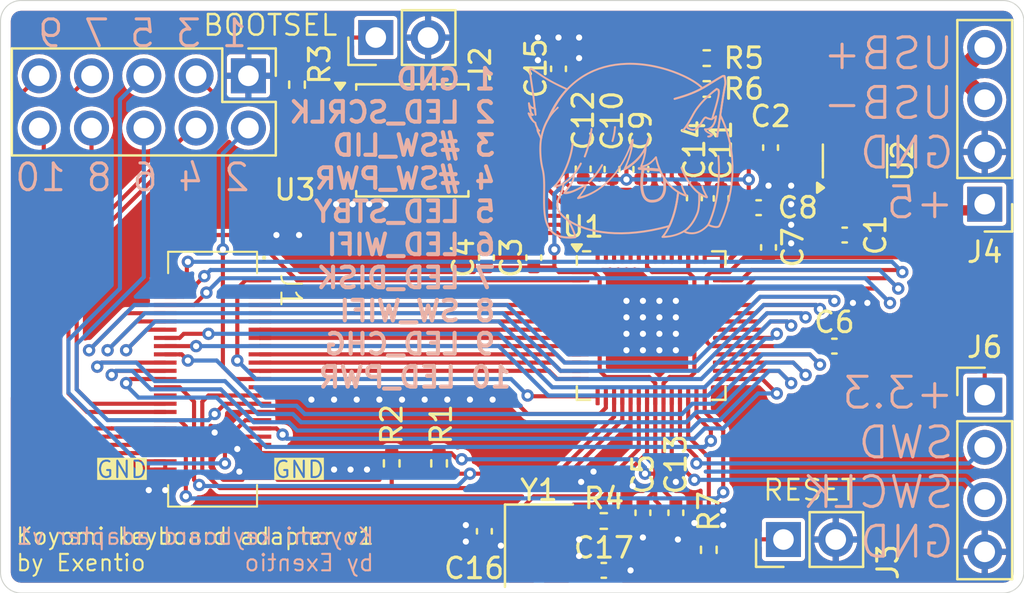
<source format=kicad_pcb>
(kicad_pcb (version 20240108) (generator "pcbnew") (generator_version "8.0")
  (layers (0 "F.Cu" signal) (31 "B.Cu" signal) (34 "B.Paste" user) (35 "F.Paste" user) (36 "B.SilkS" user "B.Silkscreen") (37 "F.SilkS" user "F.Silkscreen") (38 "B.Mask" user) (39 "F.Mask" user) (44 "Edge.Cuts" user))
  (net 0 "")
  (net 1 "GND")
  (net 2 "VBUS")
  (net 3 "+3V3")
  (net 4 "+1V1")
  (net 5 "XIN")
  (net 6 "Net-(C17-Pad1)")
  (net 7 "COL9")
  (net 8 "COL4")
  (net 9 "ROW6")
  (net 10 "COL13")
  (net 11 "COL11")
  (net 12 "ROW1")
  (net 13 "LED_PWR")
  (net 14 "SW_SP1")
  (net 15 "COL3")
  (net 16 "ROW2")
  (net 17 "SW_SP0")
  (net 18 "COL8")
  (net 19 "COL2")
  (net 20 "COL7")
  (net 21 "ROW0")
  (net 22 "SW_WIFI")
  (net 23 "LED_NUM")
  (net 24 "COL1")
  (net 25 "COL5")
  (net 26 "COL0")
  (net 27 "COL12")
  (net 28 "LED_SCRL")
  (net 29 "COL6")
  (net 30 "ROW4")
  (net 31 "LED_DISK")
  (net 32 "ROW7")
  (net 33 "COL14")
  (net 34 "LED_STBY")
  (net 35 "SW_LID")
  (net 36 "PS2_CLK")
  (net 37 "LED_WIFI")
  (net 39 "LED_CHG")
  (net 40 "SW_PWR")
  (net 41 "ROW3")
  (net 42 "ROW5")
  (net 43 "PS2_DAT")
  (net 44 "COL10")
  (net 45 "LED_CAPS")
  (net 46 "Net-(J2-Pin_1)")
  (net 47 "RUN")
  (net 48 "USB_DP")
  (net 49 "SWCLK")
  (net 50 "SWD")
  (net 51 "QSPI_SS")
  (net 52 "XOUT")
  (net 53 "Net-(U1-USB_DP)")
  (net 54 "Net-(U1-USB_DM)")
  (net 55 "QSPI_SD0")
  (net 56 "QSPI_SD3")
  (net 57 "QSPI_SD2")
  (net 58 "QSPI_SCLK")
  (net 59 "QSPI_SD1")
  (net 61 "USB_DN")
  (net 62 "COL15")
  (footprint "Capacitor_SMD:C_0402_1005Metric" (layer "F.Cu") (at 41.9 20.4 90)
    (property "Reference" "C10")
    (property "Value" "100nF" (hide yes))
  )
  (footprint "Connector_PinHeader_2.54mm:PinHeader_2x05_P2.54mm_Vertical" (layer "F.Cu") (at 24.24 15.86 -90)
    (property "Reference" "J5" (hide yes))
    (property "Value" "BREAKOUT" (hide yes))
  )
  (footprint "Capacitor_SMD:C_0402_1005Metric" (layer "F.Cu") (at 39.3 15.52 90)
    (property "Reference" "C15")
    (property "Value" "100nF" (hide yes))
  )
  (footprint "Package_TO_SOT_SMD:SOT-23-5" (layer "F.Cu") (at 53.7 20 90)
    (property "Reference" "U2")
    (property "Value" "AP2112K-3.3" (hide yes))
  )
  (footprint "Resistor_SMD:R_0402_1005Metric" (layer "F.Cu") (at 26.6 16.29 -90)
    (property "Reference" "R3")
    (property "Value" "4.7K" (hide yes))
  )
  (footprint "Package_DFN_QFN:QFN-56-1EP_7x7mm_P0.4mm_EP3.2x3.2mm" (layer "F.Cu") (at 43.8 28)
    (property "Reference" "U1")
    (property "Value" "RP2040" (hide yes))
  )
  (footprint "Capacitor_SMD:C_0402_1005Metric" (layer "F.Cu") (at 45.9 21.8 90)
    (property "Reference" "C14")
    (property "Value" "1uF" (hide yes))
  )
  (footprint "Capacitor_SMD:C_0402_1005Metric" (layer "F.Cu") (at 49.02 22.27)
    (property "Reference" "C8")
    (property "Value" "100nF" (hide yes))
  )
  (footprint "Crystal:Crystal_SMD_3225-4Pin_3.2x2.5mm" (layer "F.Cu") (at 38.35 38.7 -90)
    (property "Reference" "Y1")
    (property "Value" "ABM8-272-T3" (hide yes))
  )
  (footprint "Capacitor_SMD:C_0402_1005Metric" (layer "F.Cu") (at 47.2 21.82 90)
    (property "Reference" "C11")
    (property "Value" "1uF" (hide yes))
  )
  (footprint "Capacitor_SMD:C_0402_1005Metric" (layer "F.Cu") (at 40.5 20.38 90)
    (property "Reference" "C12")
    (property "Value" "100nF" (hide yes))
  )
  (footprint "Capacitor_SMD:C_0402_1005Metric" (layer "F.Cu") (at 38.1 24.7 90)
    (property "Reference" "C3")
    (property "Value" "100nF" (hide yes))
  )
  (footprint "Capacitor_SMD:C_0402_1005Metric" (layer "F.Cu") (at 53.2 23.6)
    (property "Reference" "C1")
    (property "Value" "1uF" (hide yes))
  )
  (footprint "Capacitor_SMD:C_0402_1005Metric" (layer "F.Cu") (at 45 37.1 -90)
    (property "Reference" "C13")
    (property "Value" "100nF" (hide yes))
  )
  (footprint "Resistor_SMD:R_0402_1005Metric" (layer "F.Cu") (at 46.6 38.9 -90)
    (property "Reference" "R7")
    (property "Value" "4.7K" (hide yes))
  )
  (footprint "Resistor_SMD:R_0402_1005Metric" (layer "F.Cu") (at 46.5 15)
    (property "Reference" "R5")
    (property "Value" "27" (hide yes))
  )
  (footprint "Capacitor_SMD:C_0402_1005Metric" (layer "F.Cu") (at 49.6 19.35 -90)
    (property "Reference" "C2")
    (property "Value" "1uF" (hide yes))
  )
  (footprint "Package_SO:SOIC-8_5.23x5.23mm_P1.27mm" (layer "F.Cu") (at 32.2 19)
    (property "Reference" "U3")
    (property "Value" "W25Q128JVS" (hide yes))
  )
  (footprint "Capacitor_SMD:C_0402_1005Metric" (layer "F.Cu") (at 43.3 20.4 90)
    (property "Reference" "C9")
    (property "Value" "100nF" (hide yes))
  )
  (footprint "Capacitor_SMD:C_0402_1005Metric" (layer "F.Cu") (at 52.7 29)
    (property "Reference" "C6")
    (property "Value" "100nF" (hide yes))
  )
  (footprint "Connector_PinHeader_2.54mm:PinHeader_1x02_P2.54mm_Vertical" (layer "F.Cu") (at 50.225 38.4 90)
    (property "Reference" "J3")
    (property "Value" "RUN" (hide yes))
  )
  (footprint "AXK750147G:AXK750147G_VAIO-P" (layer "F.Cu") (at 22.4999 30.6 -90)
    (property "Reference" "J1")
    (property "Value" "AXK750147G_VAIO-P" (hide yes))
  )
  (footprint "Resistor_SMD:R_0402_1005Metric" (layer "F.Cu") (at 46.5 16.5)
    (property "Reference" "R6")
    (property "Value" "27" (hide yes))
  )
  (footprint "Capacitor_SMD:C_0402_1005Metric" (layer "F.Cu") (at 49.5 24.2 90)
    (property "Reference" "C7")
    (property "Value" "100nF" (hide yes))
  )
  (footprint "Connector_PinHeader_2.54mm:PinHeader_1x02_P2.54mm_Vertical" (layer "F.Cu") (at 30.425 14 90)
    (property "Reference" "J2")
    (property "Value" "BOOTSEL" (hide yes))
  )
  (footprint "Capacitor_SMD:C_0402_1005Metric" (layer "F.Cu") (at 35.8 24.7 90)
    (property "Reference" "C4")
    (property "Value" "100nF" (hide yes))
  )
  (footprint "Resistor_SMD:R_0402_1005Metric" (layer "F.Cu") (at 31.2 34.7 -90)
    (property "Reference" "R2")
    (property "Value" "4.7K" (hide yes))
  )
  (footprint "Capacitor_SMD:C_0402_1005Metric" (layer "F.Cu") (at 43.4 37.1 -90)
    (property "Reference" "C5")
    (property "Value" "100nF" (hide yes))
  )
  (footprint "Connector_PinHeader_2.54mm:PinHeader_1x04_P2.54mm_Vertical" (layer "F.Cu") (at 60 31.38)
    (property "Reference" "J6")
    (property "Value" "SWD" (hide yes))
  )
  (footprint "Capacitor_SMD:C_0402_1005Metric" (layer "F.Cu") (at 35.7 38 -90)
    (property "Reference" "C16")
    (property "Value" "15pF" (hide yes))
  )
  (footprint "Resistor_SMD:R_0402_1005Metric" (layer "F.Cu") (at 41.5 37.5)
    (property "Reference" "R4")
    (property "Value" "4.7K" (hide yes))
  )
  (footprint "Resistor_SMD:R_0402_1005Metric" (layer "F.Cu") (at 33.5 34.7 90)
    (property "Reference" "R1")
    (property "Value" "4.7K" (hide yes))
  )
  (footprint "Capacitor_SMD:C_0402_1005Metric" (layer "F.Cu") (at 41.5 39.9)
    (property "Reference" "C17")
    (property "Value" "15pF" (hide yes))
  )
  (footprint "Connector_PinHeader_2.54mm:PinHeader_1x04_P2.54mm_Vertical" (layer "F.Cu") (at 60 22.1 180)
    (property "Reference" "J4")
    (property "Value" "USB" (hide yes))
  )
  (footprint "exentio_art:exentio_blob" (layer "B.Cu") (at 42.8 19.5 180)
    (property "Reference" "REF**" (hide yes))
    (property "Value" "blob" (hide yes))
  )
  (gr_line (start 13.2 12.2) (end 60.9 12.2) (stroke (width 0.05)) (layer "Edge.Cuts"))
  (gr_line (start 60.9 41) (end 13.2 41) (stroke (width 0.05)) (layer "Edge.Cuts"))
  (gr_arc (start 60.9 12.2) (mid 61.607107 12.492893) (end 61.9 13.2) (stroke (width 0.05)) (layer "Edge.Cuts"))
  (gr_line (start 12.2 40) (end 12.2 13.2) (stroke (width 0.05)) (layer "Edge.Cuts"))
  (gr_line (start 61.9 13.2) (end 61.9 40) (stroke (width 0.05)) (layer "Edge.Cuts"))
  (gr_arc (start 61.9 40) (mid 61.607107 40.707107) (end 60.9 41) (stroke (width 0.05)) (layer "Edge.Cuts"))
  (gr_arc (start 13.2 41) (mid 12.492893 40.707107) (end 12.2 40) (stroke (width 0.05)) (layer "Edge.Cuts"))
  (gr_arc (start 12.2 13.2) (mid 12.492893 12.492893) (end 13.2 12.2) (stroke (width 0.05)) (layer "Edge.Cuts"))
  (gr_text "1 3 5 7 9" (at 19.1 13.8 0) (layer "B.SilkS") (effects (font (size 1.3 1.3)) (justify mirror)))
  (gr_text "USB+\nUSB-\nGND\n+5" (at 58.6 22.9 0) (layer "B.SilkS") (effects (font (size 1.5 1.5)) (justify left bottom mirror)))
  (gr_text "2 4 6 8 10" (at 18.6 20.8 0) (layer "B.SilkS") (effects (font (size 1.3 1.3)) (justify mirror)))
  (gr_text "Koyomi keyboard adapter v1\nby Exentio" (at 30.4 40 0) (layer "B.SilkS") (effects (font (size 0.8 0.8) (thickness 0.1)) (justify left bottom mirror)))
  (gr_text " 1 GND\n 2 LED_SCRLK\n 3 #SW_LID\n 4 #SW_PWR\n 5 LED_STBY\n 6 LED_WIFI\n 7 LED_DISK\n 8 SW_WIFI\n 9 LED_CHG\n10 LED_PWR" (at 37.1 31.1 0) (layer "B.SilkS") (effects (font (size 1 1) (thickness 0.2) (bold yes)) (justify left bottom mirror)))
  (gr_text "+3.3\nSWD\nSWCLK\nGND" (at 58.6 39.4 0) (layer "B.SilkS") (effects (font (size 1.5 1.5)) (justify left bottom mirror)))
  (gr_text "GND" (at 26.7 35 0) (layer "F.SilkS" knockout) (effects (font (size 0.8 0.8) (thickness 0.1))))
  (gr_text "RESET" (at 51.5 36 0) (layer "F.SilkS") (effects (font (size 1 1) (thickness 0.12))))
  (gr_text "GND" (at 18.1 35 0) (layer "F.SilkS" knockout) (effects (font (size 0.8 0.8) (thickness 0.1))))
  (gr_text "Koyomi keyboard adapter v1\nby Exentio" (at 12.9 40 0) (layer "F.SilkS") (effects (font (size 0.8 0.8) (thickness 0.1)) (justify left bottom)))
  (gr_text "BOOTSEL" (at 25.3 13.4 0) (layer "F.SilkS") (effects (font (size 1 1) (thickness 0.12))))
  (segment (start 39.3 37.1) (end 39.2 37) (width 0.2) (layer "F.Cu") (net 1))
  (via (at 45.1 38.4) (size 0.6) (drill 0.3) (layers "F.Cu" "B.Cu") (net 1))
  (via (at 50.6 23.1) (size 0.6) (drill 0.3) (layers "F.Cu" "B.Cu") (net 1))
  (via (at 30 35) (size 0.6) (drill 0.3) (layers "F.Cu" "B.Cu") (net 1))
  (via (at 30.9 22.1) (size 0.6) (drill 0.3) (layers "F.Cu" "B.Cu") (net 1))
  (via (at 30.1 22.1) (size 0.6) (drill 0.3) (layers "F.Cu" "B.Cu") (net 1))
  (via (at 50.6 24) (size 0.6) (drill 0.3) (layers "F.Cu" "B.Cu") (net 1))
  (via (at 54.3 26.9) (size 0.6) (drill 0.3) (layers "F.Cu" "B.Cu") (net 1))
  (via (at 38.3 14) (size 0.6) (drill 0.3) (layers "F.Cu" "B.Cu") (net 1))
  (via (at 49.5 21.2) (size 0.6) (drill 0.3) (layers "F.Cu" "B.Cu") (net 1))
  (via (at 42.6 28.4) (size 0.6) (drill 0.3) (layers "F.Cu" "B.Cu") (net 1))
  (via (at 20.2 36) (size 0.6) (drill 0.3) (layers "F.Cu" "B.Cu") (net 1))
  (via (at 43.4 27.6) (size 0.6) (drill 0.3) (layers "F.Cu" "B.Cu") (net 1))
  (via (at 36.1 31.6) (size 0.6) (drill 0.3) (layers "F.Cu" "B.Cu") (net 1))
  (via (at 29.5 31.6) (size 0.6) (drill 0.3) (layers "F.Cu" "B.Cu") (net 1))
  (via (at 43.4 28.4) (size 0.6) (drill 0.3) (layers "F.Cu" "B.Cu") (net 1))
  (via (at 45 35.6) (size 0.6) (drill 0.3) (layers "F.Cu" "B.Cu") (net 1))
  (via (at 43.4 38.3) (size 0.6) (drill 0.3) (layers "F.Cu" "B.Cu") (net 1))
  (via (at 43.4 26.8) (size 0.6) (drill 0.3) (layers "F.Cu" "B.Cu") (net 1))
  (via (at 29.2 35) (size 0.6) (drill 0.3) (layers "F.Cu" "B.Cu") (net 1))
  (via (at 43.4 29.2) (size 0.6) (drill 0.3) (layers "F.Cu" "B.Cu") (net 1))
  (via (at 28.5 22.1) (size 0.6) (drill 0.3) (layers "F.Cu" "B.Cu") (net 1))
  (via (at 34.8 37.7) (size 0.6) (drill 0.3) (layers "F.Cu" "B.Cu") (net 1))
  (via (at 44.2 28.4) (size 0.6) (drill 0.3) (layers "F.Cu" "B.Cu") (net 1))
  (via (at 38.3 15.1) (size 0.6) (drill 0.3) (layers "F.Cu" "B.Cu") (net 1))
  (via (at 45.9 37.6) (size 0.6) (drill 0.3) (layers "F.Cu" "B.Cu") (net 1))
  (via (at 53.6 26.9) (size 0.6) (drill 0.3) (layers "F.Cu" "B.Cu") (net 1))
  (via (at 40.3 14) (size 0.6) (drill 0.3) (layers "F.Cu" "B.Cu") (net 1))
  (via (at 30.6 31.6) (size 0.6) (drill 0.3) (layers "F.Cu" "B.Cu") (net 1))
  (via (at 31.7 31.6) (size 0.6) (drill 0.3) (layers "F.Cu" "B.Cu") (net 1))
  (via (at 45 26.8) (size 0.6) (drill 0.3) (layers "F.Cu" "B.Cu") (net 1))
  (via (at 45 28.4) (size 0.6) (drill 0.3) (layers "F.Cu" "B.Cu") (net 1))
  (via (at 47.3 37) (size 0.6) (drill 0.3) (layers "F.Cu" "B.Cu") (net 1))
  (via (at 36.5 38.7) (size 0.6) (drill 0.3) (layers "F.Cu" "B.Cu") (net 1))
  (via (at 25.6 23.6) (size 0.6) (drill 0.3) (layers "F.Cu" "B.Cu") (net 1))
  (via (at 42.6 26.8) (size 0.6) (drill 0.3) (layers "F.Cu" "B.Cu") (net 1))
  (via (at 42.9 35.8) (size 0.6) (drill 0.3) (layers "F.Cu" "B.Cu") (net 1))
  (via (at 45 27.6) (size 0.6) (drill 0.3) (layers "F.Cu" "B.Cu") (net 1))
  (via (at 19.4 36) (size 0.6) (drill 0.3) (layers "F.Cu" "B.Cu") (net 1))
  (via (at 41 35.1) (size 0.6) (drill 0.3) (layers "F.Cu" "B.Cu") (net 1))
  (via (at 50.6 22.1) (size 0.6) (drill 0.3) (layers "F.Cu" "B.Cu") (net 1))
  (via (at 42.6 29.2) (size 0.6) (drill 0.3) (layers "F.Cu" "B.Cu") (net 1))
  (via (at 28.4 35) (size 0.6) (drill 0.3) (layers "F.Cu" "B.Cu") (net 1))
  (via (at 35 31.6) (size 0.6) (drill 0.3) (layers "F.Cu" "B.Cu") (net 1))
  (via (at 39.3 14) (size 0.6) (drill 0.3) (layers "F.Cu" "B.Cu") (net 1))
  (via (at 32.8 31.6) (size 0.6) (drill 0.3) (layers "F.Cu" "B.Cu") (net 1))
  (via (at 44.2 26.8) (size 0.6) (drill 0.3) (layers "F.Cu" "B.Cu") (net 1))
  (via (at 42.6 27.6) (size 0.6) (drill 0.3) (layers "F.Cu" "B.Cu") (net 1))
  (via (at 47.3 37.7) (size 0.6) (drill 0.3) (layers "F.Cu" "B.Cu") (net 1))
  (via (at 50.6 21.2) (size 0.6) (drill 0.3) (layers "F.Cu" "B.Cu") (net 1))
  (via (at 23.8 35.1) (size 0.6) (drill 0.3) (layers "F.Cu" "B.Cu") (net 1))
  (via (at 44.2 29.2) (size 0.6) (drill 0.3) (layers "F.Cu" "B.Cu") (net 1))
  (via (at 40.3 38.4) (size 0.6) (drill 0.3) (layers "F.Cu" "B.Cu") (net 1))
  (via (at 45 29.2) (size 0.6) (drill 0.3) (layers "F.Cu" "B.Cu") (net 1))
  (via (at 33.9 31.6) (size 0.6) (drill 0.3) (layers "F.Cu" "B.Cu") (net 1))
  (via (at 27.3 31.6) (size 0.6) (drill 0.3) (layers "F.Cu" "B.Cu") (net 1))
  (via (at 44.2 27.6) (size 0.6) (drill 0.3) (layers "F.Cu" "B.Cu") (net 1))
  (via (at 23.7 34) (size 0.6) (drill 0.3) (layers "F.Cu" "B.Cu") (net 1))
  (via (at 40.4 35.6) (size 0.6) (drill 0.3) (layers "F.Cu" "B.Cu") (net 1))
  (via (at 42.8 39.9) (size 0.6) (drill 0.3) (layers "F.Cu" "B.Cu") (net 1))
  (via (at 40.3 15) (size 0.6) (drill 0.3) (layers "F.Cu" "B.Cu") (net 1))
  (via (at 22.6 33.2) (size 0.6) (drill 0.3) (layers "F.Cu" "B.Cu") (net 1))
  (via (at 29.3 22.1) (size 0.6) (drill 0.3) (layers "F.Cu" "B.Cu") (net 1))
  (via (at 26.7 23.6) (size 0.6) (drill 0.3) (layers "F.Cu" "B.Cu") (net 1))
  (via (at 40.3 39.2) (size 0.6) (drill 0.3) (layers "F.Cu" "B.Cu") (net 1))
  (via (at 28.4 31.6) (size 0.6) (drill 0.3) (layers "F.Cu" "B.Cu") (net 1))
  (via (at 34.8 38.5) (size 0.6) (drill 0.3) (layers "F.Cu" "B.Cu") (net 1))
  (segment (start 52.72 22.4) (end 52.72 21.1675) (width 0.5) (layer "F.Cu") (net 2))
  (segment (start 54.1 22.4) (end 52.72 22.4) (width 0.5) (layer "F.Cu") (net 2))
  (segment (start 54.1 22.4) (end 59.78 22.4) (width 0.5) (layer "F.Cu") (net 2))
  (segment (start 52.72 23.6) (end 52.72 22.4) (width 0.5) (layer "F.Cu") (net 2))
  (segment (start 59.78 22.4) (end 60 22.18) (width 0.5) (layer "F.Cu") (net 2))
  (segment (start 54.65 21.1375) (end 54.65 22.4) (width 0.5) (layer "F.Cu") (net 2))
  (segment (start 54.4 22.4) (end 54.1 22.4) (width 0.5) (layer "F.Cu") (net 2))
  (segment (start 34.6 34.5) (end 34.39 34.5) (width 0.2) (layer "F.Cu") (net 3))
  (segment (start 44 31.4375) (end 44 35.6) (width 0.2) (layer "F.Cu") (net 3))
  (segment (start 40.3625 25.4) (end 41 25.4) (width 0.2) (layer "F.Cu") (net 3))
  (segment (start 47.1 22.3) (end 48.51 22.3) (width 0.2) (layer "F.Cu") (net 3))
  (segment (start 47.2375 25.4) (end 47.6 25.4) (width 0.2) (layer "F.Cu") (net 3))
  (segment (start 34.09 34.2) (end 24.8 34.2) (width 0.2) (layer "F.Cu") (net 3))
  (segment (start 43.3 21.3) (end 43.3 20.88) (width 0.2) (layer "F.Cu") (net 3))
  (segment (start 39.32 25.4) (end 39.1 25.18) (width 0.2) (layer "F.Cu") (net 3))
  (segment (start 46.49 39.3) (end 46.6 39.41) (width 0.2) (layer "F.Cu") (net 3))
  (segment (start 44 36.02) (end 43.4 36.62) (width 0.2) (layer "F.Cu") (net 3))
  (segment (start 60 28.2) (end 60 31.38) (width 0.2) (layer "F.Cu") (net 3))
  (segment (start 44 31.4375) (end 44 30.8) (width 0.2) (layer "F.Cu") (net 3))
  (segment (start 42.6 18.2) (end 41.495 17.095) (width 0.2) (layer "F.Cu") (net 3))
  (segment (start 43.7 30.5) (end 41.6 30.5) (width 0.2) (layer "F.Cu") (net 3))
  (segment (start 42.1 21.4) (end 42.8 21.4) (width 0.2) (layer "F.Cu") (net 3))
  (segment (start 48.54 23.26) (end 48.54 22.27) (width 0.2) (layer "F.Cu") (net 3))
  (segment (start 49.13 18.87) (end 49.6 18.87) (width 0.2) (layer "F.Cu") (net 3))
  (segment (start 47.2375 29) (end 52.22 29) (width 0.2) (layer "F.Cu") (net 3))
  (segment (start 44 35.7) (end 44 36.02) (width 0.2) (layer "F.Cu") (net 3))
  (segment (start 44.2 36.7) (end 44.2 38.5) (width 0.2) (layer "F.Cu") (net 3))
  (segment (start 48.54 20.9) (end 48.54 19.46) (width 0.2) (layer "F.Cu") (net 3))
  (segment (start 42.58 20.88) (end 41.9 20.88) (width 0.2) (layer "F.Cu") (net 3))
  (segment (start 48.51 22.3) (end 48.54 22.27) (width 0.2) (layer "F.Cu") (net 3))
  (segment (start 44.4 22.4) (end 44.4 24.5625) (width 0.2) (layer "F.Cu") (net 3))
  (segment (start 44 36.5) (end 44.2 36.7) (width 0.2) (layer "F.Cu") (net 3))
  (segment (start 41.495 17.095) (end 39.3 17.095) (width 0.2) (layer "F.Cu") (net 3))
  (segment (start 47.2375 25.4) (end 47.2375 24.5625) (width 0.2) (layer "F.Cu") (net 3))
  (segment (start 42.62 20.88) (end 42.6 20.9) (width 0.2) (layer "F.Cu") (net 3))
  (segment (start 48.54 19.46) (end 49.13 18.87) (width 0.2) (layer "F.Cu") (net 3))
  (segment (start 56.48 24.68) (end 60 28.2) (width 0.2) (layer "F.Cu") (net 3))
  (segment (start 39.1 25.18) (end 38.1 25.18) (width 0.2) (layer "F.Cu") (net 3))
  (segment (start 47.6 25.4) (end 48.32 24.68) (width 0.2) (layer "F.Cu") (net 3))
  (segment (start 44 35.6) (end 44 35.2) (width 0.2) (layer "F.Cu") (net 3))
  (segment (start 38.1 25.18) (end 35.8 25.18) (width 0.2) (layer "F.Cu") (net 3))
  (segment (start 39.1 24.3) (end 39.1 25.18) (width 0.2) (layer "F.Cu") (net 3))
  (segment (start 42.6 20.9) (end 42.58 20.88) (width 0.2) (layer "F.Cu") (net 3))
  (segment (start 48.6 22.33) (end 48.54 22.27) (width 0.2) (layer "F.Cu") (net 3))
  (segment (start 45 39.3) (end 46.49 39.3) (width 0.2) (layer "F.Cu") (net 3))
  (segment (start 49.6075 18.8625) (end 49.6 18.87) (width 0.5) (layer "F.Cu") (net 3))
  (segment (start 39.3 17.095) (end 38.3 17.095) (width 0.2) (layer "F.Cu") (net 3))
  (segment (start 44 30.8) (end 43.7 30.5) (width 0.2) (layer "F.Cu") (net 3))
  (segment (start 46 23.4) (end 47.1 22.3) (width 0.2) (layer "F.Cu") (net 3))
  (segment (start 41 25.4) (end 41.3 25.7) (width 0.2) (layer "F.Cu") (net 3))
  (segment (start 42.6 20.9) (end 42.6 18.2) (width 0.2) (layer "F.Cu") (net 3))
  (segment (start 44.4 22.4) (end 43.3 21.3) (width 0.2) (layer "F.Cu") (net 3))
  (segment (start 41.9 21.2) (end 42.1 21.4) (width 0.2) (layer "F.Cu") (net 3))
  (segment (start 47.2375 25.4) (end 46.70364 25.4) (width 0.2) (layer "F.Cu") (net 3))
  (segment (start 46.5 25.60364) (end 46.5 28.79636) (width 0.2) (layer "F.Cu") (net 3))
  (segment (start 46.70364 29) (end 47.2375 29) (width 0.2) (layer "F.Cu") (net 3))
  (segment (start 39.3 16) (end 39.3 17.095) (width 0.2) (layer "F.Cu") (net 3))
  (segment (start 41.9 20.88) (end 41.9 21.2) (width 0.2) (layer "F.Cu") (net 3))
  (segment (start 40.3625 25.4) (end 39.32 25.4) (width 0.2) (layer "F.Cu") (net 3))
  (segment (start 44 24.5625) (end 44 22.6) (width 0.2) (layer "F.Cu") (net 3))
  (segment (start 41.3 25.7) (end 41.3 29.3) (width 0.2) (layer "F.Cu") (net 3))
  (segment (start 41.3 29) (end 40.3625 29) (width 0.2) (layer "F.Cu") (net 3))
  (segment (start 38.3 17.095) (end 35.8 17.095) (width 0.2) (layer "F.Cu") (net 3))
  (segment (start 44.2 38.5) (end 45 39.3) (width 0.2) (layer "F.Cu") (net 3))
  (segment (start 47.2375 24.5625) (end 48.54 23.26) (width 0.2) (layer "F.Cu") (net 3))
  (segment (start 49.5 24.68) (end 56.48 24.68) (width 0.2) (layer "F.Cu") (net 3))
  (segment (start 52.75 18.8625) (end 49.6075 18.8625) (width 0.5) (layer "F.Cu") (net 3))
  (segment (start 46 24.5625) (end 46 23.4) (width 0.2) (layer "F.Cu") (net 3))
  (segment (start 46.4 24.5625) (end 47.2375 24.5625) (width 0.2) (layer "F.Cu") (net 3))
  (segment (start 48.32 24.68) (end 49.5 24.68) (width 0.2) (layer "F.Cu") (net 3))
  (segment (start 41.6 30.5) (end 41.45 30.35) (width 0.2) (layer "F.Cu") (net 3))
  (segment (start 42.8 21.4) (end 44 22.6) (width 0.2) (layer "F.Cu") (net 3))
  (segment (start 24.8 33.8) (end 24.8 34.2) (width 0.2) (layer "F.Cu") (net 3))
  (segment (start 41.3 29.3) (end 41.3 29) (width 0.2) (layer "F.Cu") (net 3))
  (segment (start 44 35.6) (end 44 35.7) (width 0.2) (layer "F.Cu") (net 3))
  (segment (start 48.54 20.9) (end 48.54 22.27) (width 0.2) (layer "F.Cu") (net 3))
  (segment (start 41.3 30.2) (end 41.3 29.3) (width 0.2) (layer "F.Cu") (net 3))
  (segment (start 46.5 28.79636) (end 46.70364 29) (width 0.2) (layer "F.Cu") (net 3))
  (segment (start 41.45 30.35) (end 41.3 30.2) (width 0.2) (layer "F.Cu") (net 3))
  (segment (start 43.3 20.88) (end 42.62 20.88) (width 0.2) (layer "F.Cu") (net 3))
  (segment (start 44 35.2) (end 43.5 35.2) (width 0.2) (layer "F.Cu") (net 3))
  (segment (start 44 35.7) (end 44 36.5) (width 0.2) (layer "F.Cu") (net 3))
  (segment (start 46.70364 25.4) (end 46.5 25.60364) (width 0.2) (layer "F.Cu") (net 3))
  (segment (start 34.39 34.5) (end 34.09 34.2) (width 0.2) (layer "F.Cu") (net 3))
  (via (at 34.6 34.5) (size 0.6) (drill 0.3) (layers "F.Cu" "B.Cu") (net 3))
  (via (at 43.5 35.2) (size 0.6) (drill 0.3) (layers "F.Cu" "B.Cu") (net 3))
  (via (at 48.54 20.9) (size 0.6) (drill 0.3) (layers "F.Cu" "B.Cu") (net 3))
  (via (at 39.1 24.3) (size 0.6) (drill 0.3) (layers "F.Cu" "B.Cu") (net 3))
  (via (at 42.6 20.9) (size 0.6) (drill 0.3) (layers "F.Cu" "B.Cu") (net 3))
  (segment (start 43.1 34.5) (end 34.6 34.5) (width 0.2) (layer "B.Cu") (net 3))
  (segment (start 48.54 20.9) (end 42.6 20.9) (width 0.2) (layer "B.Cu") (net 3))
  (segment (start 39.1 21.6) (end 39.8 20.9) (width 0.2) (layer "B.Cu") (net 3))
  (segment (start 39.1 24.3) (end 39.1 21.6) (width 0.2) (layer "B.Cu") (net 3))
  (segment (start 43.5 35.2) (end 43.5 34.9) (width 0.2) (layer "B.Cu") (net 3))
  (segment (start 39.8 20.9) (end 42.6 20.9) (width 0.2) (layer "B.Cu") (net 3))
  (segment (start 43.5 34.9) (end 43.1 34.5) (width 0.2) (layer "B.Cu") (net 3))
  (segment (start 44.7 30.5) (end 45.7 30.5) (width 0.2) (layer "F.Cu") (net 4))
  (segment (start 44.4 31.4375) (end 44.4 36.02) (width 0.2) (layer "F.Cu") (net 4))
  (segment (start 43.6 25.14818) (end 43.85182 25.4) (width 0.2) (layer "F.Cu") (net 4))
  (segment (start 45.6 22.38) (end 45.7 22.28) (width 0.2) (layer "F.Cu") (net 4))
  (segment (start 43.6 22.8) (end 42.6 21.8) (width 0.2) (layer "F.Cu") (net 4))
  (segment (start 44.4 31.4375) (end 44.4 30.8) (width 0.2) (layer "F.Cu") (net 4))
  (segment (start 41.6 21.8) (end 40.58 20.78) (width 0.2) (layer "F.Cu") (net 4))
  (segment (start 45.6 25.4) (end 45.6 24.5625) (width 0.2) (layer "F.Cu") (net 4))
  (segment (start 43.6 24.5625) (end 43.6 25.14818) (width 0.2) (layer "F.Cu") (net 4))
  (segment (start 45.9 30.3) (end 45.9 25.7) (width 0.2) (layer "F.Cu") (net 4))
  (segment (start 43.85182 25.4) (end 45.6 25.4) (width 0.2) (layer "F.Cu") (net 4))
  (segment (start 45.9 25.7) (end 45.6 25.4) (width 0.2) (layer "F.Cu") (net 4))
  (segment (start 45.6 24.5625) (end 45.6 22.38) (width 0.2) (layer "F.Cu") (net 4))
  (segment (start 43.6 24.5625) (end 43.6 22.8) (width 0.2) (layer "F.Cu") (net 4))
  (segment (start 42.6 21.8) (end 41.6 21.8) (width 0.2) (layer "F.Cu") (net 4))
  (segment (start 44.4 30.8) (end 44.7 30.5) (width 0.2) (layer "F.Cu") (net 4))
  (segment (start 44.4 36.02) (end 45 36.62) (width 0.2) (layer "F.Cu") (net 4))
  (segment (start 45.7 30.5) (end 45.9 30.3) (width 0.2) (layer "F.Cu") (net 4))
  (segment (start 40.9 36.3) (end 38.1 36.3) (width 0.2) (layer "F.Cu") (net 5))
  (segment (start 43.2 31.4375) (end 43.2 34) (width 0.2) (layer "F.Cu") (net 5))
  (segment (start 35.7 37.4) (end 37.3 37.4) (width 0.2) (layer "F.Cu") (net 5))
  (segment (start 43.2 34) (end 40.9 36.3) (width 0.2) (layer "F.Cu") (net 5))
  (segment (start 37.5 36.9) (end 37.5 37.6) (width 0.2) (layer "F.Cu") (net 5))
  (segment (start 38.1 36.3) (end 37.5 36.9) (width 0.2) (layer "F.Cu") (net 5))
  (segment (start 40.99 37.5) (end 40.99 39.87) (width 0.2) (layer "F.Cu") (net 6))
  (segment (start 41.02 39.9) (end 39.3 39.9) (width 0.2) (layer "F.Cu") (net 6))
  (segment (start 40.3625 30.6) (end 39.234314 30.6) (width 0.2) (layer "F.Cu") (net 7))
  (segment (start 39.234314 30.6) (end 38.834314 30.2) (width 0.2) (layer "F.Cu") (net 7))
  (segment (start 38.834314 30.2) (end 24.8002 30.2) (width 0.2) (layer "F.Cu") (net 7))
  (segment (start 24.8002 30.2) (end 24.8 30.1998) (width 0.2) (layer "F.Cu") (net 7))
  (segment (start 21.7 29) (end 20.1997 29) (width 0.2) (layer "F.Cu") (net 8))
  (segment (start 49.7 28.6) (end 49.9 28.4) (width 0.2) (layer "F.Cu") (net 8))
  (segment (start 47.2375 28.6) (end 49.7 28.6) (width 0.2) (layer "F.Cu") (net 8))
  (via (at 21.7 29) (size 0.6) (drill 0.3) (layers "F.Cu" "B.Cu") (net 8))
  (via (at 49.9 28.4) (size 0.6) (drill 0.3) (layers "F.Cu" "B.Cu") (net 8))
  (segment (start 46.565686 31.4) (end 49.332843 28.632843) (width 0.2) (layer "B.Cu") (net 8))
  (segment (start 49.332843 28.632843) (end 49.667157 28.632843) (width 0.2) (layer "B.Cu") (net 8))
  (segment (start 36.4 29) (end 38.8 31.4) (width 0.2) (layer "B.Cu") (net 8))
  (segment (start 49.667157 28.632843) (end 49.9 28.4) (width 0.2) (layer "B.Cu") (net 8))
  (segment (start 21.7 29) (end 36.4 29) (width 0.2) (layer "B.Cu") (net 8))
  (segment (start 38.8 31.4) (end 46.565686 31.4) (width 0.2) (layer "B.Cu") (net 8))
  (segment (start 21.6 27.0002) (end 20.1998 27.0002) (width 0.2) (layer "F.Cu") (net 9))
  (segment (start 48.5 26.6) (end 47.2375 26.6) (width 0.2) (layer "F.Cu") (net 9))
  (segment (start 22.2001 26.4001) (end 21.6 27.0002) (width 0.2) (layer "F.Cu") (net 9))
  (segment (start 48.9 26.2) (end 48.5 26.6) (width 0.2) (layer "F.Cu") (net 9))
  (segment (start 54.7 26.2) (end 48.9 26.2) (width 0.2) (layer "F.Cu") (net 9))
  (segment (start 55.4 26.9) (end 54.7 26.2) (width 0.2) (layer "F.Cu") (net 9))
  (via (at 55.4 26.9) (size 0.6) (drill 0.3) (layers "F.Cu" "B.Cu") (net 9))
  (via (at 22.2001 26.4001) (size 0.6) (drill 0.3) (layers "F.Cu" "B.Cu") (net 9))
  (segment (start 54.2 25.7) (end 55.4 26.9) (width 0.2) (layer "B.Cu") (net 9))
  (segment (start 22.9002 25.7) (end 54.2 25.7) (width 0.2) (layer "B.Cu") (net 9))
  (segment (start 22.2001 26.4001) (end 22.9002 25.7) (width 0.2) (layer "B.Cu") (net 9))
  (segment (start 24.8001 26.2) (end 40.3625 26.2) (width 0.2) (layer "F.Cu") (net 10))
  (segment (start 24.8 26.2001) (end 24.8001 26.2) (width 0.2) (layer "F.Cu") (net 10))
  (segment (start 39.4 30.2) (end 39 29.8) (width 0.2) (layer "F.Cu") (net 11))
  (segment (start 40.3625 30.2) (end 39.4 30.2) (width 0.2) (layer "F.Cu") (net 11))
  (segment (start 39 29.8) (end 24.8 29.8) (width 0.2) (layer "F.Cu") (net 11))
  (segment (start 49.2 28.2) (end 47.2375 28.2) (width 0.2) (layer "F.Cu") (net 12))
  (segment (start 20.9 28.6) (end 20.1997 28.6) (width 0.2) (layer "F.Cu") (net 12))
  (segment (start 50.6 28) (end 50.4 27.8) (width 0.2) (layer "F.Cu") (net 12))
  (segment (start 22.3 28.4) (end 21.1 28.4) (width 0.2) (layer "F.Cu") (net 12))
  (segment (start 21.1 28.4) (end 20.9 28.6) (width 0.2) (layer "F.Cu") (net 12))
  (segment (start 49.6 27.8) (end 49.2 28.2) (width 0.2) (layer "F.Cu") (net 12))
  (segment (start 50.4 27.8) (end 49.6 27.8) (width 0.2) (layer "F.Cu") (net 12))
  (via (at 50.6 28) (size 0.6) (drill 0.3) (layers "F.Cu" "B.Cu") (net 12))
  (via (at 22.3 28.4) (size 0.6) (drill 0.3) (layers "F.Cu" "B.Cu") (net 12))
  (segment (start 49.597058 27.8) (end 50.4 27.8) (width 0.2) (layer "B.Cu") (net 12))
  (segment (start 36.4 28.4) (end 39 31) (width 0.2) (layer "B.Cu") (net 12))
  (segment (start 39 31) (end 46.4 31) (width 0.2) (layer "B.Cu") (net 12))
  (segment (start 49.548529 27.851471) (end 49.548529 27.848529) (width 0.2) (layer "B.Cu") (net 12))
  (segment (start 49.548529 27.848529) (end 49.597058 27.8) (width 0.2) (layer "B.Cu") (net 12))
  (segment (start 50.4 27.8) (end 50.6 28) (width 0.2) (layer "B.Cu") (net 12))
  (segment (start 46.4 31) (end 49.548529 27.851471) (width 0.2) (layer "B.Cu") (net 12))
  (segment (start 22.3 28.4) (end 36.4 28.4) (width 0.2) (layer "B.Cu") (net 12))
  (segment (start 16.234314 33.8) (end 20.1996 33.8) (width 0.2) (layer "F.Cu") (net 13))
  (segment (start 20.1996 33.8) (end 20.1998 33.8002) (width 0.2) (layer "F.Cu") (net 13))
  (segment (start 14.08 18.4) (end 14.3 18.62) (width 0.2) (layer "F.Cu") (net 13))
  (segment (start 14.3 31.865686) (end 16.234314 33.8) (width 0.2) (layer "F.Cu") (net 13))
  (segment (start 14.3 18.62) (end 14.3 31.865686) (width 0.2) (layer "F.Cu") (net 13))
  (segment (start 25.9 33.3) (end 25.6001 33.0001) (width 0.2) (layer "F.Cu") (net 14))
  (segment (start 49.2001 30.6001) (end 47.2997 30.6001) (width 0.2) (layer "F.Cu") (net 14))
  (segment (start 49.9 31.3) (end 49.2001 30.6001) (width 0.2) (layer "F.Cu") (net 14))
  (segment (start 25.6001 33.0001) (end 24.8 33.0001) (width 0.2) (layer "F.Cu") (net 14))
  (via (at 49.9 31.3) (size 0.6) (drill 0.3) (layers "F.Cu" "B.Cu") (net 14))
  (via (at 25.9 33.3) (size 0.6) (drill 0.3) (layers "F.Cu" "B.Cu") (net 14))
  (segment (start 45.9 33.5) (end 46.4 33) (width 0.2) (layer "B.Cu") (net 14))
  (segment (start 47.297058 33) (end 48.997058 31.3) (width 0.2) (layer "B.Cu") (net 14))
  (segment (start 26.1 33.5) (end 45.9 33.5) (width 0.2) (layer "B.Cu") (net 14))
  (segment (start 46.4 33) (end 47.297058 33) (width 0.2) (layer "B.Cu") (net 14))
  (segment (start 48.997058 31.3) (end 49.9 31.3) (width 0.2) (layer "B.Cu") (net 14))
  (segment (start 25.9 33.3) (end 26.1 33.5) (width 0.2) (layer "B.Cu") (net 14))
  (segment (start 39.8 29.4) (end 39.4 29) (width 0.2) (layer "F.Cu") (net 15))
  (segment (start 40.3625 29.4) (end 39.8 29.4) (width 0.2) (layer "F.Cu") (net 15))
  (segment (start 24.8001 29) (end 39.4 29) (width 0.2) (layer "F.Cu") (net 15))
  (segment (start 24.8 28.9999) (end 24.8001 29) (width 0.2) (layer "F.Cu") (net 15))
  (segment (start 24.8 27.8) (end 40.3625 27.8) (width 0.2) (layer "F.Cu") (net 16))
  (segment (start 46.4 32.2) (end 46.4 31.4375) (width 0.2) (layer "F.Cu") (net 17))
  (segment (start 20.9001 32.6001) (end 20.1998 32.6001) (width 0.2) (layer "F.Cu") (net 17))
  (segment (start 47.3 33.1) (end 46.4 32.2) (width 0.2) (layer "F.Cu") (net 17))
  (segment (start 47.3 36.1) (end 47.3 33.1) (width 0.2) (layer "F.Cu") (net 17))
  (segment (start 21.2 36.3) (end 21.2 32.9) (width 0.2) (layer "F.Cu") (net 17))
  (segment (start 21.2 32.9) (end 20.9001 32.6001) (width 0.2) (layer "F.Cu") (net 17))
  (via (at 47.3 36.1) (size 0.6) (drill 0.3) (layers "F.Cu" "B.Cu") (net 17))
  (via (at 21.2 36.3) (size 0.6) (drill 0.3) (layers "F.Cu" "B.Cu") (net 17))
  (segment (start 47 36.4) (end 21.3 36.4) (width 0.2) (layer "B.Cu") (net 17))
  (segment (start 47.3 36.1) (end 47 36.4) (width 0.2) (layer "B.Cu") (net 17))
  (segment (start 21.3 36.4) (end 21.2 36.3) (width 0.2) (layer "B.Cu") (net 17))
  (segment (start 55.9 25.3) (end 48.668628 25.3) (width 0.2) (layer "F.Cu") (net 18))
  (segment (start 48.168628 25.8) (end 47.2375 25.8) (width 0.2) (layer "F.Cu") (net 18))
  (segment (start 21.3 24.9) (end 21.25 24.95) (width 0.2) (layer "F.Cu") (net 18))
  (segment (start 20.8999 26.2001) (end 20.1998 26.2001) (width 0.2) (layer "F.Cu") (net 18))
  (segment (start 21.25 24.95) (end 21.25 25.85) (width 0.2) (layer "F.Cu") (net 18))
  (segment (start 48.668628 25.3) (end 48.168628 25.8) (width 0.2) (layer "F.Cu") (net 18))
  (segment (start 21.25 25.85) (end 20.8999 26.2001) (width 0.2) (layer "F.Cu") (net 18))
  (segment (start 56 25.4) (end 55.9 25.3) (width 0.2) (layer "F.Cu") (net 18))
  (via (at 21.3 24.9) (size 0.6) (drill 0.3) (layers "F.Cu" "B.Cu") (net 18))
  (via (at 56 25.4) (size 0.6) (drill 0.3) (layers "F.Cu" "B.Cu") (net 18))
  (segment (start 21.3 24.9) (end 55.5 24.9) (width 0.2) (layer "B.Cu") (net 18))
  (segment (start 55.5 24.9) (end 56 25.4) (width 0.2) (layer "B.Cu") (net 18))
  (segment (start 24.8002 28.6) (end 24.8 28.5998) (width 0.2) (layer "F.Cu") (net 19))
  (segment (start 40.3625 28.6) (end 24.8002 28.6) (width 0.2) (layer "F.Cu") (net 19))
  (segment (start 24.8 26.5999) (end 40.3624 26.5999) (width 0.2) (layer "F.Cu") (net 20))
  (segment (start 40.3624 26.5999) (end 40.3625 26.6) (width 0.2) (layer "F.Cu") (net 20))
  (segment (start 49.268628 27) (end 48.868628 27.4) (width 0.2) (layer "F.Cu") (net 21))
  (segment (start 20.2003 27.8) (end 18.8 27.8) (width 0.2) (layer "F.Cu") (net 21))
  (segment (start 48.868628 27.4) (end 47.2375 27.4) (width 0.2) (layer "F.Cu") (net 21))
  (segment (start 52 27.2) (end 51.8 27) (width 0.2) (layer "F.Cu") (net 21))
  (segment (start 18.8 27.8) (end 17.4 29.2) (width 0.2) (layer "F.Cu") (net 21))
  (segment (start 51.8 27) (end 49.268628 27) (width 0.2) (layer "F.Cu") (net 21))
  (via (at 52 27.2) (size 0.6) (drill 0.3) (layers "F.Cu" "B.Cu") (net 21))
  (via (at 17.4 29.2) (size 0.6) (drill 0.3) (layers "F.Cu" "B.Cu") (net 21))
  (segment (start 39.4 30.2) (end 46.065686 30.2) (width 0.2) (layer "B.Cu") (net 21))
  (segment (start 17.4 29.2) (end 19.2 27.4) (width 0.2) (layer "B.Cu") (net 21))
  (segment (start 19.2 27.4) (end 36.6 27.4) (width 0.2) (layer "B.Cu") (net 21))
  (segment (start 46.065686 30.2) (end 49.265686 27) (width 0.2) (layer "B.Cu") (net 21))
  (segment (start 36.6 27.4) (end 39.4 30.2) (width 0.2) (layer "B.Cu") (net 21))
  (segment (start 51.8 27) (end 52 27.2) (width 0.2) (layer "B.Cu") (net 21))
  (segment (start 49.265686 27) (end 51.8 27) (width 0.2) (layer "B.Cu") (net 21))
  (segment (start 17.6001 33.0001) (end 20.1998 33.0001) (width 0.2) (layer "F.Cu") (net 22))
  (segment (start 15.1 24.268628) (end 15.1 31.465686) (width 0.2) (layer "F.Cu") (net 22))
  (segment (start 16.62 18.4) (end 16.62 22.748628) (width 0.2) (layer "F.Cu") (net 22))
  (segment (start 17.6 33) (end 17.6001 33.0001) (width 0.2) (layer "F.Cu") (net 22))
  (segment (start 16.634314 33) (end 17.6 33) (width 0.2) (layer "F.Cu") (net 22))
  (segment (start 15.1 31.465686) (end 16.634314 33) (width 0.2) (layer "F.Cu") (net 22))
  (segment (start 16.62 22.748628) (end 15.1 24.268628) (width 0.2) (layer "F.Cu") (net 22))
  (segment (start 41.6 32) (end 41.3 32.3) (width 0.2) (layer "F.Cu") (net 23))
  (segment (start 41.6 31.4375) (end 41.6 32) (width 0.2) (layer "F.Cu") (net 23))
  (segment (start 36.4999 30.9999) (end 24.8 30.9999) (width 0.2) (layer "F.Cu") (net 23))
  (segment (start 41.3 32.3) (end 37.8 32.3) (width 0.2) (layer "F.Cu") (net 23))
  (segment (start 37.8 32.3) (end 36.4999 30.9999) (width 0.2) (layer "F.Cu") (net 23))
  (segment (start 40.3624 26.9999) (end 40.3625 27) (width 0.2) (layer "F.Cu") (net 24))
  (segment (start 24.8 26.9999) (end 40.3624 26.9999) (width 0.2) (layer "F.Cu") (net 24))
  (segment (start 21 29.4) (end 20.9 29.4) (width 0.2) (layer "F.Cu") (net 25))
  (segment (start 20.8999 29.4001) (end 20.1997 29.4001) (width 0.2) (layer "F.Cu") (net 25))
  (segment (start 21.3 29.7) (end 21 29.4) (width 0.2) (layer "F.Cu") (net 25))
  (segment (start 52 29.9) (end 51.5 29.4) (width 0.2) (layer "F.Cu") (net 25))
  (segment (start 20.9 29.4) (end 20.8999 29.4001) (width 0.2) (layer "F.Cu") (net 25))
  (segment (start 51.5 29.4) (end 47.2375 29.4) (width 0.2) (layer "F.Cu") (net 25))
  (via (at 52 29.9) (size 0.6) (drill 0.3) (layers "F.Cu" "B.Cu") (net 25))
  (via (at 21.3 29.7) (size 0.6) (drill 0.3) (layers "F.Cu" "B.Cu") (net 25))
  (segment (start 26.975 32.3) (end 45.3 32.3) (width 0.2) (layer "B.Cu") (net 25))
  (segment (start 26.575 31.9) (end 26.975 32.3) (width 0.2) (layer "B.Cu") (net 25))
  (segment (start 24.9 31.9) (end 26.575 31.9) (width 0.2) (layer "B.Cu") (net 25))
  (segment (start 45.8 31.8) (end 46.8 31.8) (width 0.2) (layer "B.Cu") (net 25))
  (segment (start 51.5 29.4) (end 52 29.9) (width 0.2) (layer "B.Cu") (net 25))
  (segment (start 21.3 29.7) (end 22.7 29.7) (width 0.2) (layer "B.Cu") (net 25))
  (segment (start 49.2 29.4) (end 51.5 29.4) (width 0.2) (layer "B.Cu") (net 25))
  (segment (start 22.7 29.7) (end 24.9 31.9) (width 0.2) (layer "B.Cu") (net 25))
  (segment (start 46.8 31.8) (end 49.2 29.4) (width 0.2) (layer "B.Cu") (net 25))
  (segment (start 45.3 32.3) (end 45.8 31.8) (width 0.2) (layer "B.Cu") (net 25))
  (segment (start 48.834314 25.7) (end 48.334314 26.2) (width 0.2) (layer "F.Cu") (net 26))
  (segment (start 22.1 25.6) (end 21.0999 26.6001) (width 0.2) (layer "F.Cu") (net 26))
  (segment (start 21.0999 26.6001) (end 20.1998 26.6001) (width 0.2) (layer "F.Cu") (net 26))
  (segment (start 48.334314 26.2) (end 47.2375 26.2) (width 0.2) (layer "F.Cu") (net 26))
  (segment (start 55.3 25.7) (end 48.834314 25.7) (width 0.2) (layer "F.Cu") (net 26))
  (segment (start 55.8 26.2) (end 55.3 25.7) (width 0.2) (layer "F.Cu") (net 26))
  (via (at 55.8 26.2) (size 0.6) (drill 0.3) (layers "F.Cu" "B.Cu") (net 26))
  (via (at 22.1 25.6) (size 0.6) (drill 0.3) (layers "F.Cu" "B.Cu") (net 26))
  (segment (start 22.1 25.6) (end 22.4 25.3) (width 0.2) (layer "B.Cu") (net 26))
  (segment (start 54.9 25.3) (end 55.8 26.2) (width 0.2) (layer "B.Cu") (net 26))
  (segment (start 22.4 25.3) (end 54.9 25.3) (width 0.2) (layer "B.Cu") (net 26))
  (segment (start 20.1999 24.6001) (end 20.1999 25.8) (width 0.2) (layer "F.Cu") (net 27))
  (segment (start 40.3625 25.8) (end 26.6 25.8) (width 0.2) (layer "F.Cu") (net 27))
  (segment (start 24.4 23.6) (end 21.2 23.6) (width 0.2) (layer "F.Cu") (net 27))
  (segment (start 26.6 25.8) (end 24.4 23.6) (width 0.2) (layer "F.Cu") (net 27))
  (segment (start 21.2 23.6) (end 20.1999 24.6001) (width 0.2) (layer "F.Cu") (net 27))
  (segment (start 23.5998 30.5998) (end 24.8 30.5998) (width 0.2) (layer "F.Cu") (net 28))
  (segment (start 23 24.3) (end 23 30) (width 0.2) (layer "F.Cu") (net 28))
  (segment (start 23 30) (end 23.5998 30.5998) (width 0.2) (layer "F.Cu") (net 28))
  (via (at 23 24.3) (size 0.6) (drill 0.3) (layers "F.Cu" "B.Cu") (net 28))
  (segment (start 23 24.3) (end 23 19.64) (width 0.2) (layer "B.Cu") (net 28))
  (segment (start 23 19.64) (end 24.24 18.4) (width 0.2) (layer "B.Cu") (net 28))
  (segment (start 39.2 29.4) (end 24.8 29.4) (width 0.2) (layer "F.Cu") (net 29))
  (segment (start 40.3625 29.8) (end 39.6 29.8) (width 0.2) (layer "F.Cu") (net 29))
  (segment (start 39.6 29.8) (end 39.2 29.4) (width 0.2) (layer "F.Cu") (net 29))
  (segment (start 51.3 27.6) (end 51.1 27.4) (width 0.2) (layer "F.Cu") (net 30))
  (segment (start 20.2003 28.2001) (end 19.3 28.2001) (width 0.2) (layer "F.Cu") (net 30))
  (segment (start 49.034314 27.8) (end 47.2375 27.8) (width 0.2) (layer "F.Cu") (net 30))
  (segment (start 19.3 28.2001) (end 18.3001 29.2) (width 0.2) (layer "F.Cu") (net 30))
  (segment (start 49.434314 27.4) (end 49.034314 27.8) (width 0.2) (layer "F.Cu") (net 30))
  (segment (start 51.1 27.4) (end 49.434314 27.4) (width 0.2) (layer "F.Cu") (net 30))
  (via (at 51.3 27.6) (size 0.6) (drill 0.3) (layers "F.Cu" "B.Cu") (net 30))
  (via (at 18.3001 29.2) (size 0.6) (drill 0.3) (layers "F.Cu" "B.Cu") (net 30))
  (segment (start 19.7 27.8) (end 36.4 27.8) (width 0.2) (layer "B.Cu") (net 30))
  (segment (start 39.2 30.6) (end 46.231372 30.6) (width 0.2) (layer "B.Cu") (net 30))
  (segment (start 46.231372 30.6) (end 49.431372 27.4) (width 0.2) (layer "B.Cu") (net 30))
  (segment (start 36.4 27.8) (end 39.2 30.6) (width 0.2) (layer "B.Cu") (net 30))
  (segment (start 18.3001 29.2) (end 18.3001 29.1999) (width 0.2) (layer "B.Cu") (net 30))
  (segment (start 49.431372 27.4) (end 51.1 27.4) (width 0.2) (layer "B.Cu") (net 30))
  (segment (start 18.3001 29.1999) (end 19.7 27.8) (width 0.2) (layer "B.Cu") (net 30))
  (segment (start 51.1 27.4) (end 51.3 27.6) (width 0.2) (layer "B.Cu") (net 30))
  (segment (start 16.62 15.86) (end 16.54 15.86) (width 0.2) (layer "F.Cu") (net 31))
  (segment (start 15.3 23.502942) (end 14.7 24.102942) (width 0.2) (layer "F.Cu") (net 31))
  (segment (start 14.7 24.102942) (end 14.7 31.7) (width 0.2) (layer "F.Cu") (net 31))
  (segment (start 16.4002 33.4002) (end 20.1998 33.4002) (width 0.2) (layer "F.Cu") (net 31))
  (segment (start 14.7 31.7) (end 16.4002 33.4002) (width 0.2) (layer "F.Cu") (net 31))
  (segment (start 16.54 15.86) (end 15.3 17.1) (width 0.2) (layer "F.Cu") (net 31))
  (segment (start 15.3 17.1) (end 15.3 23.502942) (width 0.2) (layer "F.Cu") (net 31))
  (segment (start 49.102942 26.6) (end 48.702942 27) (width 0.2) (layer "F.Cu") (net 32))
  (segment (start 18.3 27.4) (end 20.2003 27.4) (width 0.2) (layer "F.Cu") (net 32))
  (segment (start 16.5 29.2) (end 18.3 27.4) (width 0.2) (layer "F.Cu") (net 32))
  (segment (start 52.5 26.6) (end 49.102942 26.6) (width 0.2) (layer "F.Cu") (net 32))
  (segment (start 48.702942 27) (end 47.2375 27) (width 0.2) (layer "F.Cu") (net 32))
  (segment (start 52.7001 26.8001) (end 52.5 26.6) (width 0.2) (layer "F.Cu") (net 32))
  (via (at 52.7001 26.8001) (size 0.6) (drill 0.3) (layers "F.Cu" "B.Cu") (net 32))
  (via (at 16.5 29.2) (size 0.6) (drill 0.3) (layers "F.Cu" "B.Cu") (net 32))
  (segment (start 39.6 29.8) (end 45.9 29.8) (width 0.2) (layer "B.Cu") (net 32))
  (segment (start 45.9 29.8) (end 49.1 26.6) (width 0.2) (layer "B.Cu") (net 32))
  (segment (start 52.5 26.6) (end 52.7001 26.8001) (width 0.2) (layer "B.Cu") (net 32))
  (segment (start 16.5 29.2) (end 18.7 27) (width 0.2) (layer "B.Cu") (net 32))
  (segment (start 18.7 27) (end 36.8 27) (width 0.2) (layer "B.Cu") (net 32))
  (segment (start 49.1 26.6) (end 52.5 26.6) (width 0.2) (layer "B.Cu") (net 32))
  (segment (start 36.8 27) (end 39.6 29.8) (width 0.2) (layer "B.Cu") (net 32))
  (segment (start 23.7 29.7) (end 23.7 26.2) (width 0.2) (layer "F.Cu") (net 33))
  (segment (start 24.1 25.8) (end 24.7999 25.8) (width 0.2) (layer "F.Cu") (net 33))
  (segment (start 37.8 31.4) (end 37.8375 31.4375) (width 0.2) (layer "F.Cu") (net 33))
  (segment (start 37.8375 31.4375) (end 41.2 31.4375) (width 0.2) (layer "F.Cu") (net 33))
  (segment (start 23.7 26.2) (end 24.1 25.8) (width 0.2) (layer "F.Cu") (net 33))
  (via (at 23.7 29.7) (size 0.6) (drill 0.3) (layers "F.Cu" "B.Cu") (net 33))
  (via (at 37.8 31.4) (size 0.6) (drill 0.3) (layers "F.Cu" "B.Cu") (net 33))
  (segment (start 23.7 29.7) (end 24.6 30.6) (width 0.2) (layer "B.Cu") (net 33))
  (segment (start 24.6 30.6) (end 37 30.6) (width 0.2) (layer "B.Cu") (net 33))
  (segment (start 37 30.6) (end 37.8 31.4) (width 0.2) (layer "B.Cu") (net 33))
  (segment (start 24.0999 32.6001) (end 24.8 32.6001) (width 0.2) (layer "F.Cu") (net 34))
  (segment (start 23.1 34.7) (end 23.1 33.6) (width 0.2) (layer "F.Cu") (net 34))
  (segment (start 23.1 33.6) (end 24.0999 32.6001) (width 0.2) (layer "F.Cu") (net 34))
  (via (at 23.1 34.7) (size 0.6) (drill 0.3) (layers "F.Cu" "B.Cu") (net 34))
  (segment (start 23.1 34.7) (end 18.934314 34.7) (width 0.2) (layer "B.Cu") (net 34))
  (segment (start 15.5 31.265686) (end 15.5 28.7) (width 0.2) (layer "B.Cu") (net 34))
  (segment (start 18 26.2) (end 18 17.02) (width 0.2) (layer "B.Cu") (net 34))
  (segment (start 18 17.02) (end 19.16 15.86) (width 0.2) (layer "B.Cu") (net 34))
  (segment (start 18.934314 34.7) (end 15.5 31.265686) (width 0.2) (layer "B.Cu") (net 34))
  (segment (start 15.5 28.7) (end 18 26.2) (width 0.2) (layer "B.Cu") (net 34))
  (segment (start 16.6 31.8) (end 20.1998 31.8) (width 0.2) (layer "F.Cu") (net 35))
  (segment (start 15.9 24.6) (end 15.9 31.1) (width 0.2) (layer "F.Cu") (net 35))
  (segment (start 22.2 19.6) (end 20.9 19.6) (width 0.2) (layer "F.Cu") (net 35))
  (segment (start 20.9 19.6) (end 15.9 24.6) (width 0.2) (layer "F.Cu") (net 35))
  (segment (start 23 17.16) (end 23 18.8) (width 0.2) (layer "F.Cu") (net 35))
  (segment (start 23 18.8) (end 22.2 19.6) (width 0.2) (layer "F.Cu") (net 35))
  (segment (start 15.9 31.1) (end 16.6 31.8) (width 0.2) (layer "F.Cu") (net 35))
  (segment (start 21.7 15.86) (end 23 17.16) (width 0.2) (layer "F.Cu") (net 35))
  (segment (start 31.2 35.8) (end 31.2 35.21) (width 0.2) (layer "F.Cu") (net 36))
  (segment (start 42.4 32.6) (end 39.1 35.9) (width 0.2) (layer "F.Cu") (net 36))
  (segment (start 22 31.7) (end 22 35.05) (width 0.2) (layer "F.Cu") (net 36))
  (segment (start 22 35.05) (end 22.85 35.9) (width 0.2) (layer "F.Cu") (net 36))
  (segment (start 22.3001 31.3999) (end 22 31.7) (width 0.2) (layer "F.Cu") (net 36))
  (segment (start 22.85 35.9) (end 31.3 35.9) (width 0.2) (layer "F.Cu") (net 36))
  (segment (start 24.8 31.3999) (end 22.3001 31.3999) (width 0.2) (layer "F.Cu") (net 36))
  (segment (start 39.1 35.9) (end 31.3 35.9) (width 0.2) (layer "F.Cu") (net 36))
  (segment (start 42.4 31.4375) (end 42.4 32.6) (width 0.2) (layer "F.Cu") (net 36))
  (segment (start 31.3 35.9) (end 31.2 35.8) (width 0.2) (layer "F.Cu") (net 36))
  (segment (start 22.6 32.3) (end 23.1 31.8) (width 0.2) (layer "F.Cu") (net 37))
  (segment (start 23.1 31.8) (end 24.8 31.8) (width 0.2) (layer "F.Cu") (net 37))
  (via (at 22.6 32.3) (size 0.6) (drill 0.3) (layers "F.Cu" "B.Cu") (net 37))
  (segment (start 17.4 32.6) (end 15.9 31.1) (width 0.2) (layer "B.Cu") (net 37))
  (segment (start 15.9 28.9) (end 19.16 25.64) (width 0.2) (layer "B.Cu") (net 37))
  (segment (start 22.6 32.3) (end 22.3 32.6) (width 0.2) (layer "B.Cu") (net 37))
  (segment (start 15.9 31.1) (end 15.9 28.9) (width 0.2) (layer "B.Cu") (net 37))
  (segment (start 22.3 32.6) (end 17.4 32.6) (width 0.2) (layer "B.Cu") (net 37))
  (segment (start 19.16 25.64) (end 19.16 18.4) (width 0.2) (layer "B.Cu") (net 37))
  (segment (start 16.068628 34.2) (end 12.9 31.031372) (width 0.2) (layer "F.Cu") (net 39))
  (segment (start 12.9 17.04) (end 14.08 15.86) (width 0.2) (layer "F.Cu") (net 39))
  (segment (start 20.1998 34.2) (end 16.068628 34.2) (width 0.2) (layer "F.Cu") (net 39))
  (segment (start 12.9 31.031372) (end 12.9 17.04) (width 0.2) (layer "F.Cu") (net 39))
  (segment (start 15.5 24.434314) (end 15.5 31.3) (width 0.2) (layer "F.Cu") (net 40))
  (segment (start 21.534314 18.4) (end 15.5 24.434314) (width 0.2) (layer "F.Cu") (net 40))
  (segment (start 16.4 32.2) (end 20.1998 32.2) (width 0.2) (layer "F.Cu") (net 40))
  (segment (start 15.5 31.3) (end 16.4 32.2) (width 0.2) (layer "F.Cu") (net 40))
  (segment (start 21.7 18.4) (end 21.534314 18.4) (width 0.2) (layer "F.Cu") (net 40))
  (segment (start 40.3625 28.2) (end 24.8001 28.2) (width 0.2) (layer "F.Cu") (net 41))
  (segment (start 24.8001 28.2) (end 24.8 28.2001) (width 0.2) (layer "F.Cu") (net 41))
  (segment (start 40.3625 27.4) (end 24.8 27.4) (width 0.2) (layer "F.Cu") (net 42))
  (segment (start 42 32.431372) (end 39.231372 35.2) (width 0.2) (layer "F.Cu") (net 43))
  (segment (start 42 31.4375) (end 42 32.431372) (width 0.2) (layer "F.Cu") (net 43))
  (segment (start 39.231372 35.2) (end 33.51 35.2) (width 0.2) (layer "F.Cu") (net 43))
  (segment (start 33.51 35.2) (end 33.5 35.21) (width 0.2) (layer "F.Cu") (net 43))
  (segment (start 21.85 35.75) (end 21.6 35.5) (width 0.2) (layer "F.Cu") (net 43))
  (segment (start 21.6 31.7) (end 20.9001 31.0001) (width 0.2) (layer "F.Cu") (net 43))
  (segment (start 20.9001 31.0001) (end 20.1995 31.0001) (width 0.2) (layer "F.Cu") (net 43))
  (segment (start 21.6 35.5) (end 21.6 31.7) (width 0.2) (layer "F.Cu") (net 43))
  (via (at 21.85 35.75) (size 0.6) (drill 0.3) (layers "F.Cu" "B.Cu") (net 43))
  (via (at 35 35.2) (size 0.6) (drill 0.3) (layers "F.Cu" "B.Cu") (net 43))
  (segment (start 21.9 35.8) (end 21.85 35.75) (width 0.2) (layer "B.Cu") (net 43))
  (segment (start 35 35.2) (end 34.4 35.8) (width 0.2) (layer "B.Cu") (net 43))
  (segment (start 34.4 35.8) (end 21.9 35.8) (width 0.2) (layer "B.Cu") (net 43))
  (segment (start 51.3 30.4) (end 50.7 29.8) (width 0.2) (layer "F.Cu") (net 44))
  (segment (start 17.0997 29.8) (end 20.2 29.8) (width 0.2) (layer "F.Cu") (net 44))
  (segment (start 50.7 29.8) (end 47.2997 29.8) (width 0.2) (layer "F.Cu") (net 44))
  (via (at 16.8998 29.9999) (size 0.6) (drill 0.3) (layers "F.Cu" "B.Cu") (net 44))
  (via (at 51.3 30.4) (size 0.6) (drill 0.3) (layers "F.Cu" "B.Cu") (net 44))
  (segment (start 26.4 32.3) (end 24.7 32.3) (width 0.2) (layer "B.Cu") (net 44))
  (segment (start 46.965686 32.2) (end 46 32.2) (width 0.2) (layer "B.Cu") (net 44))
  (segment (start 23.1 30.7) (end 19.7 30.7) (width 0.2) (layer "B.Cu") (net 44))
  (segment (start 24.7 32.3) (end 23.1 30.7) (width 0.2) (layer "B.Cu") (net 44))
  (segment (start 17.0997 29.8) (end 16.8998 29.9999) (width 0.2) (layer "B.Cu") (net 44))
  (segment (start 50.7 29.8) (end 49.365686 29.8) (width 0.2) (layer "B.Cu") (net 44))
  (segment (start 51.3 30.4) (end 50.7 29.8) (width 0.2) (layer "B.Cu") (net 44))
  (segment (start 45.5 32.7) (end 26.8 32.7) (width 0.2) (layer "B.Cu") (net 44))
  (segment (start 26.8 32.7) (end 26.4 32.3) (width 0.2) (layer "B.Cu") (net 44))
  (segment (start 18.8 29.8) (end 17.0997 29.8) (width 0.2) (layer "B.Cu") (net 44))
  (segment (start 19.7 30.7) (end 18.8 29.8) (width 0.2) (layer "B.Cu") (net 44))
  (segment (start 46 32.2) (end 45.5 32.7) (width 0.2) (layer "B.Cu") (net 44))
  (segment (start 49.365686 29.8) (end 46.965686 32.2) (width 0.2) (layer "B.Cu") (net 44))
  (segment (start 46.7 33.6) (end 46.7 33.1) (width 0.2) (layer "F.Cu") (net 45))
  (segment (start 20.2 30.6001) (end 18.4996 30.6001) (width 0.2) (layer "F.Cu") (net 45))
  (segment (start 46.7 33.1) (end 46 32.4) (width 0.2) (layer "F.Cu") (net 45))
  (segment (start 46 32.4) (end 46 31.4375) (width 0.2) (layer "F.Cu") (net 45))
  (via (at 46.7 33.6) (size 0.6) (drill 0.3) (layers "F.Cu" "B.Cu") (net 45))
  (via (at 18.2998 30.7999) (size 0.6) (drill 0.3) (layers "F.Cu" "B.Cu") (net 45))
  (segment (start 18.2998 30.7999) (end 18.2998 30.8998) (width 0.2) (layer "B.Cu") (net 45))
  (segment (start 22.7 31.5) (end 25.1 33.9) (width 0.2) (layer "B.Cu") (net 45))
  (segment (start 18.2998 30.8998) (end 18.9 31.5) (width 0.2) (layer "B.Cu") (net 45))
  (segment (start 46.4 33.9) (end 46.7 33.6) (width 0.2) (layer "B.Cu") (net 45))
  (segment (start 25.1 33.9) (end 46.4 33.9) (width 0.2) (layer "B.Cu") (net 45))
  (segment (start 18.9 31.5) (end 22.7 31.5) (width 0.2) (layer "B.Cu") (net 45))
  (segment (start 30.425 14) (end 28.38 14) (width 0.2) (layer "F.Cu") (net 46))
  (segment (start 28.38 14) (end 26.6 15.78) (width 0.2) (layer "F.Cu") (net 46))
  (segment (start 45.6 33.4) (end 46.6 34.4) (width 0.2) (layer "F.Cu") (net 47))
  (segment (start 46.6 34.4) (end 46.6 38.39) (width 0.2) (layer "F.Cu") (net 47))
  (segment (start 46.6 38.39) (end 50.215 38.39) (width 0.2) (layer "F.Cu") (net 47))
  (segment (start 45.6 31.4375) (end 45.6 33.4) (width 0.2) (layer "F.Cu") (net 47))
  (segment (start 59.205 15.275) (end 60 14.48) (width 0.8) (layer "F.Cu") (net 48))
  (segment (start 47.01 15) (end 47.490001 15) (width 0.8) (layer "F.Cu") (net 48))
  (segment (start 47.765001 15.275) (end 59.205 15.275) (width 0.8) (layer "F.Cu") (net 48))
  (segment (start 47.490001 15) (end 47.765001 15.275) (width 0.8) (layer "F.Cu") (net 48))
  (segment (start 44.8 34.4) (end 44.8 31.4375) (width 0.2) (layer "F.Cu") (net 49))
  (segment (start 45.9 35.5) (end 44.8 34.4) (width 0.2) (layer "F.Cu") (net 49))
  (via (at 45.9 35.5) (size 0.6) (drill 0.3) (layers "F.Cu" "B.Cu") (net 49))
  (segment (start 45.9 35.5) (end 59.04 35.5) (width 0.2) (layer "B.Cu") (net 49))
  (segment (start 59.04 35.5) (end 60 36.46) (width 0.2) (layer "B.Cu") (net 49))
  (segment (start 45.2 33.6) (end 45.2 31.4375) (width 0.2) (layer "F.Cu") (net 50))
  (segment (start 46 34.4) (end 45.2 33.6) (width 0.2) (layer "F.Cu") (net 50))
  (segment (start 46 34.7) (end 46 34.4) (width 0.2) (layer "F.Cu") (net 50))
  (via (at 46 34.7) (size 0.6) (drill 0.3) (layers "F.Cu" "B.Cu") (net 50))
  (segment (start 59.22 34.7) (end 60 33.92) (width 0.2) (layer "B.Cu") (net 50))
  (segment (start 46 34.7) (end 59.22 34.7) (width 0.2) (layer "B.Cu") (net 50))
  (segment (start 39.934314 24.2) (end 39.234314 23.5) (width 0.2) (layer "F.Cu") (net 51))
  (segment (start 39.234314 23.5) (end 28.134314 23.5) (width 0.2) (layer "F.Cu") (net 51))
  (segment (start 26.6 18) (end 27.505 17.095) (width 0.2) (layer "F.Cu") (net 51))
  (segment (start 41.2 24.5) (end 40.9 24.2) (width 0.2) (layer "F.Cu") (net 51))
  (segment (start 27.505 17.095) (end 28.6 17.095) (width 0.2) (layer "F.Cu") (net 51))
  (segment (start 28.134314 23.5) (end 26.6 21.965686) (width 0.2) (layer "F.Cu") (net 51))
  (segment (start 26.6 21.965686) (end 26.6 18.2) (width 0.2) (layer "F.Cu") (net 51))
  (segment (start 40.9 24.2) (end 39.934314 24.2) (width 0.2) (layer "F.Cu") (net 51))
  (segment (start 26.6 18.2) (end 26.6 16.8) (width 0.2) (layer "F.Cu") (net 51))
  (segment (start 41.2 24.5625) (end 41.2 24.5) (width 0.2) (layer "F.Cu") (net 51))
  (segment (start 26.6 18.2) (end 26.6 18) (width 0.2) (layer "F.Cu") (net 51))
  (segment (start 43.6 31.4375) (end 43.6 34.2) (width 0.2) (layer "F.Cu") (net 52))
  (segment (start 43.6 34.2) (end 42.01 35.79) (width 0.2) (layer "F.Cu") (net 52))
  (segment (start 42.01 35.79) (end 42.01 37.5) (width 0.2) (layer "F.Cu") (net 52))
  (segment (start 44.8 21.4) (end 44.4 21) (width 0.2) (layer "F.Cu") (net 53))
  (segment (start 44.4 21) (end 44.4 16.59) (width 0.2) (layer "F.Cu") (net 53))
  (segment (start 44.8 24.5625) (end 44.8 21.4) (width 0.2) (layer "F.Cu") (net 53))
  (segment (start 44.4 16.59) (end 45.99 15) (width 0.2) (layer "F.Cu") (net 53))
  (segment (start 45.59 19.55) (end 45.1 19.55) (width 0.2) (layer "F.Cu") (net 54))
  (segment (start 45.2 21.2) (end 45.2 24.5625) (width 0.2) (layer "F.Cu") (net 54))
  (segment (start 44.8 20.4) (end 44.8 20.8) (width 0.2) (layer "F.Cu") (net 54))
  (segment (start 45.89 19.1) (end 45.89 19.25) (width 0.2) (layer "F.Cu") (net 54))
  (segment (start 45.99 16.5) (end 44.8 17.69) (width 0.2) (layer "F.Cu") (net 54))
  (segment (start 44.8 19.85) (end 44.8 20) (width 0.2) (layer "F.Cu") (net 54))
  (segment (start 44.8 20) (end 44.8 20.4) (width 0.2) (layer "F.Cu") (net 54))
  (segment (start 44.8 17.69) (end 44.8 18.5) (width 0.2) (layer "F.Cu") (net 54))
  (segment (start 44.8 20.8) (end 45.2 21.2) (width 0.2) (layer "F.Cu") (net 54))
  (segment (start 45.1 18.8) (end 45.59 18.8) (width 0.2) (layer "F.Cu") (net 54))
  (arc (start 45.1 19.55) (mid 44.887868 19.637868) (end 44.8 19.85) (width 0.2) (layer "F.Cu") (net 54))
  (arc (start 45.59 18.8) (mid 45.802132 18.887868) (end 45.89 19.1) (width 0.2) (layer "F.Cu") (net 54))
  (arc (start 44.8 18.5) (mid 44.887868 18.712132) (end 45.1 18.8) (width 0.2) (layer "F.Cu") (net 54))
  (arc (start 45.89 19.25) (mid 45.802132 19.462132) (end 45.59 19.55) (width 0.2) (layer "F.Cu") (net 54))
  (segment (start 42.4 23.4) (end 42 23) (width 0.2) (layer "F.Cu") (net 55))
  (segment (start 42.4 24.5625) (end 42.4 23.4) (width 0.2) (layer "F.Cu") (net 55))
  (segment (start 42 23) (end 40.434314 23) (width 0.2) (layer "F.Cu") (net 55))
  (segment (start 40.434314 23) (end 38.339314 20.905) (width 0.2) (layer "F.Cu") (net 55))
  (segment (start 38.339314 20.905) (end 35.8 20.905) (width 0.2) (layer "F.Cu") (net 55))
  (segment (start 42.4 22.2) (end 40.8 22.2) (width 0.2) (layer "F.Cu") (net 56))
  (segment (start 38.865 18.365) (end 35.8 18.365) (width 0.2) (layer "F.Cu") (net 56))
  (segment (start 39.7 19.2) (end 38.865 18.365) (width 0.2) (layer "F.Cu") (net 56))
  (segment (start 39.7 21.1) (end 39.7 19.2) (width 0.2) (layer "F.Cu") (net 56))
  (segment (start 43.2 24.5625) (end 43.2 23) (width 0.2) (layer "F.Cu") (net 56))
  (segment (start 40.8 22.2) (end 39.7 21.1) (width 0.2) (layer "F.Cu") (net 56))
  (segment (start 43.2 23) (end 42.4 22.2) (width 0.2) (layer "F.Cu") (net 56))
  (segment (start 41.8 23.4) (end 42 23.6) (width 0.2) (layer "F.Cu") (net 57))
  (segment (start 39.534314 22.665686) (end 40.268628 23.4) (width 0.2) (layer "F.Cu") (net 57))
  (segment (start 28.6 19.635) (end 28.665 19.7) (width 0.2) (layer "F.Cu") (net 57))
  (segment (start 32.665686 22.665686) (end 39.534314 22.665686) (width 0.2) (layer "F.Cu") (net 57))
  (segment (start 29.7 19.7) (end 32.665686 22.665686) (width 0.2) (layer "F.Cu") (net 57))
  (segment (start 28.665 19.7) (end 29.7 19.7) (width 0.2) (layer "F.Cu") (net 57))
  (segment (start 40.268628 23.4) (end 41.8 23.4) (width 0.2) (layer "F.Cu") (net 57))
  (segment (start 42 23.6) (end 42 24.5625) (width 0.2) (layer "F.Cu") (net 57))
  (segment (start 39.3 20.1) (end 38.835 19.635) (width 0.2) (layer "F.Cu") (net 58))
  (segment (start 42.2 22.6) (end 40.6 22.6) (width 0.2) (layer "F.Cu") (net 58))
  (segment (start 40.6 22.6) (end 39.3 21.3) (width 0.2) (layer "F.Cu") (net 58))
  (segment (start 39.3 21.3) (end 39.3 20.1) (width 0.2) (layer "F.Cu") (net 58))
  (segment (start 38.835 19.635) (end 35.8 19.635) (width 0.2) (layer "F.Cu") (net 58))
  (segment (start 42.8 23.2) (end 42.2 22.6) (width 0.2) (layer "F.Cu") (net 58))
  (segment (start 42.8 24.5625) (end 42.8 23.2) (width 0.2) (layer "F.Cu") (net 58))
  (segment (start 41.6 24.5625) (end 41.6 23.9) (width 0.2) (layer "F.Cu") (net 59))
  (segment (start 27 18.9) (end 27.5 18.4) (width 0.2) (layer "F.Cu") (net 59))
  (segment (start 41.5 23.8) (end 40.1 23.8) (width 0.2) (layer "F.Cu") (net 59))
  (segment (start 28.565 18.4) (end 28.6 18.365) (width 0.2) (layer "F.Cu") (net 59))
  (segment (start 27 21.8) (end 27 18.9) (width 0.2) (layer "F.Cu") (net 59))
  (segment (start 27.5 18.4) (end 28.565 18.4) (width 0.2) (layer "F.Cu") (net 59))
  (segment (start 40.1 23.8) (end 39.4 23.1) (width 0.2) (layer "F.Cu") (net 59))
  (segment (start 28.3 23.1) (end 27 21.8) (width 0.2) (layer "F.Cu") (net 59))
  (segment (start 39.4 23.1) (end 28.3 23.1) (width 0.2) (layer "F.Cu") (net 59))
  (segment (start 41.6 23.9) (end 41.5 23.8) (width 0.2) (layer "F.Cu") (net 59))
  (segment (start 47.765001 16.225) (end 59.205 16.225) (width 0.8) (layer "F.Cu") (net 61))
  (segment (start 47.01 16.5) (end 47.490001 16.5) (width 0.8) (layer "F.Cu") (net 61))
  (segment (start 59.205 16.225) (end 60 17.02) (width 0.8) (layer "F.Cu") (net 61))
  (segment (start 47.490001 16.5) (end 47.765001 16.225) (width 0.8) (layer "F.Cu") (net 61))
  (segment (start 50 30.2) (end 47.2997 30.2) (width 0.2) (layer "F.Cu") (net 62))
  (segment (start 20.2 30.2) (end 17.7997 30.2) (width 0.2) (layer "F.Cu") (net 62))
  (segment (start 50.6 30.8) (end 50 30.2) (width 0.2) (layer "F.Cu") (net 62))
  (via (at 17.5998 30.3999) (size 0.6) (drill 0.3) (layers "F.Cu" "B.Cu") (net 62))
  (via (at 50.6 30.8) (size 0.6) (drill 0.3) (layers "F.Cu" "B.Cu") (net 62))
  (segment (start 26.6 33.1) (end 45.7 33.1) (width 0.2) (layer "B.Cu") (net 62))
  (segment (start 45.7 33.1) (end 46.2 32.6) (width 0.2) (layer "B.Cu") (net 62))
  (segment (start 46.2 32.6) (end 47.131372 32.6) (width 0.2) (layer "B.Cu") (net 62))
  (segment (start 47.131372 32.6) (end 49.531372 30.2) (width 0.2) (layer "B.Cu") (net 62))
  (segment (start 50 30.2) (end 50.6 30.8) (width 0.2) (layer "B.Cu") (net 62))
  (segment (start 22.9 31.1) (end 24.5 32.7) (width 0.2) (layer "B.Cu") (net 62))
  (segment (start 17.8 30.2) (end 18.6 30.2) (width 0.2) (layer "B.Cu") (net 62))
  (segment (start 49.531372 30.2) (end 50 30.2) (width 0.2) (layer "B.Cu") (net 62))
  (segment (start 17.6001 30.3999) (end 17.8 30.2) (width 0.2) (layer "B.Cu") (net 62))
  (segment (start 19.5 31.1) (end 22.9 31.1) (width 0.2) (layer "B.Cu") (net 62))
  (segment (start 17.5998 30.3999) (end 17.6001 30.3999) (width 0.2) (layer "B.Cu") (net 62))
  (segment (start 18.6 30.2) (end 19.5 31.1) (width 0.2) (layer "B.Cu") (net 62))
  (segment (start 26.2 32.7) (end 26.6 33.1) (width 0.2) (layer "B.Cu") (net 62))
  (segment (start 24.5 32.7) (end 26.2 32.7) (width 0.2) (layer "B.Cu") (net 62))
  (zone (net 1) (net_name "GND") (layers "F&B.Cu") (connect_pads (clearance 0.2)) (min_thickness 0.2) (fill yes (thermal_gap 0.2) (thermal_bridge_width 0.3))
    (polygon (pts (xy 12.2 12.2) (xy 61.9 12.2) (xy 61.9 41) (xy 12.2 41)))
  )
)
</source>
